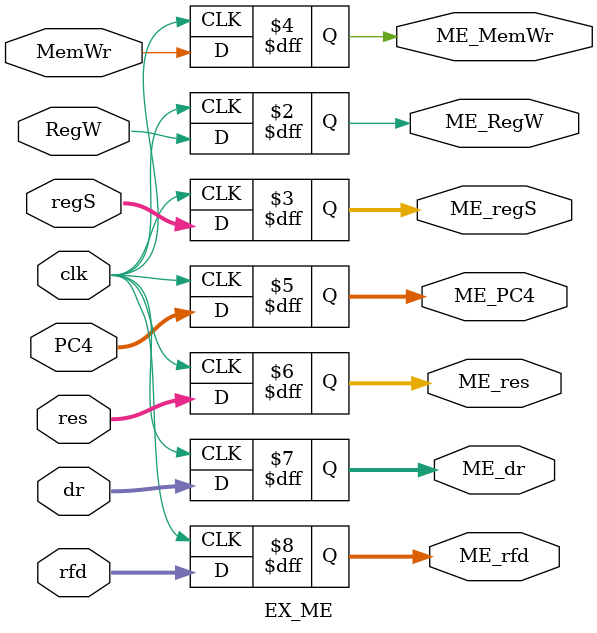
<source format=v>
`timescale 1ns / 1ps


module EX_ME(
    input clk,
    input RegW,
    input [1:0] regS,
    input MemWr,
    input [31:0] PC4,
    input [31:0] res,
    input [4:0] dr,
    input [31:0] rfd,
  
    output reg ME_RegW,
    output reg [1:0] ME_regS,
    output reg ME_MemWr,
    output reg [31:0] ME_PC4,
    output reg [31:0] ME_res,
    output reg [4:0] ME_dr,
    output reg [31:0] ME_rfd
);

always @(posedge clk) begin
    ME_RegW <= RegW;
    ME_regS <= regS;
    ME_MemWr <= MemWr;
    ME_PC4 <= PC4;
    ME_res <= res;
    ME_dr <= dr;
    ME_rfd <= rfd;
end

endmodule

</source>
